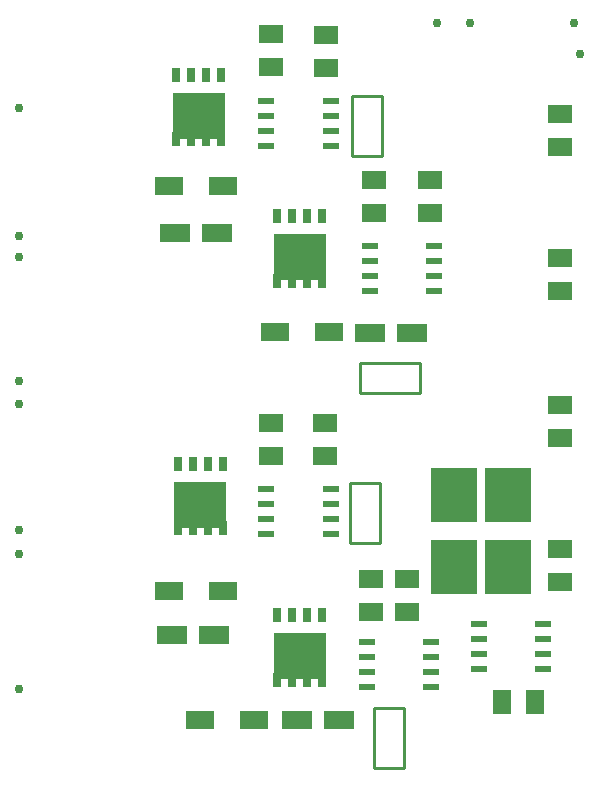
<source format=gtp>
G04*
G04 #@! TF.GenerationSoftware,Altium Limited,Altium Designer,19.0.10 (269)*
G04*
G04 Layer_Color=8421504*
%FSLAX25Y25*%
%MOIN*%
G70*
G01*
G75*
%ADD12C,0.01000*%
%ADD14C,0.03000*%
%ADD15R,0.08000X0.06000*%
%ADD16R,0.02559X0.04921*%
%ADD17R,0.17520X0.15354*%
%ADD18R,0.05709X0.02362*%
%ADD19R,0.15748X0.18307*%
%ADD20R,0.06000X0.08000*%
%ADD21R,0.09843X0.06102*%
%ADD22R,0.09449X0.06102*%
D12*
X244105Y324500D02*
X254105D01*
Y334500D01*
X234105Y324500D02*
X254105D01*
X234105Y334500D02*
X254105D01*
X234105Y324500D02*
Y334500D01*
X249000Y209690D02*
Y219690D01*
X239000D02*
X249000D01*
Y199690D02*
Y219690D01*
X239000Y199690D02*
Y219690D01*
Y199690D02*
X249000D01*
X231000Y274655D02*
Y284655D01*
Y274655D02*
X241000D01*
X231000D02*
Y294655D01*
X241000Y274655D02*
Y294655D01*
X231000D02*
X241000D01*
X231605Y403500D02*
Y413500D01*
Y403500D02*
X241605D01*
X231605D02*
Y423500D01*
X241605Y403500D02*
Y423500D01*
X231605D02*
X241605D01*
D14*
X307500Y437750D02*
D03*
X305500Y447828D02*
D03*
X271000D02*
D03*
X120500Y226000D02*
D03*
Y279000D02*
D03*
Y271000D02*
D03*
Y321000D02*
D03*
Y328500D02*
D03*
Y370000D02*
D03*
Y377000D02*
D03*
Y419500D02*
D03*
X260000Y447828D02*
D03*
D15*
X257500Y384500D02*
D03*
Y395500D02*
D03*
X239000Y384500D02*
D03*
Y395500D02*
D03*
X301000Y406731D02*
D03*
Y417731D02*
D03*
X223000Y444000D02*
D03*
Y433000D02*
D03*
X222500Y314500D02*
D03*
Y303500D02*
D03*
X250000Y262500D02*
D03*
Y251500D02*
D03*
X204606Y444376D02*
D03*
Y433376D02*
D03*
X301000Y320500D02*
D03*
Y309500D02*
D03*
Y369750D02*
D03*
Y358750D02*
D03*
X204606Y314500D02*
D03*
Y303500D02*
D03*
X301000Y272500D02*
D03*
Y261500D02*
D03*
X238000Y262500D02*
D03*
Y251500D02*
D03*
D16*
X216591Y229000D02*
D03*
X211591D02*
D03*
X206591D02*
D03*
X221591D02*
D03*
Y250500D02*
D03*
X206591D02*
D03*
X211591D02*
D03*
X216591D02*
D03*
X183000Y430642D02*
D03*
X178000D02*
D03*
X173000D02*
D03*
X188000D02*
D03*
Y409142D02*
D03*
X173000D02*
D03*
X178000D02*
D03*
X183000D02*
D03*
X216591Y383500D02*
D03*
X211591D02*
D03*
X206591D02*
D03*
X221591D02*
D03*
Y362000D02*
D03*
X206591D02*
D03*
X211591D02*
D03*
X216591D02*
D03*
X183500Y301000D02*
D03*
X178500D02*
D03*
X173500D02*
D03*
X188500D02*
D03*
Y279500D02*
D03*
X173500D02*
D03*
X178500D02*
D03*
X183500D02*
D03*
D17*
X214091Y236858D02*
D03*
X180500Y417000D02*
D03*
X214091Y369858D02*
D03*
X181000Y287358D02*
D03*
D18*
X295228Y232500D02*
D03*
Y237500D02*
D03*
Y242500D02*
D03*
Y247500D02*
D03*
X273772Y232500D02*
D03*
Y237500D02*
D03*
Y242500D02*
D03*
Y247500D02*
D03*
X257957Y226500D02*
D03*
Y231500D02*
D03*
Y236500D02*
D03*
Y241500D02*
D03*
X236500Y226500D02*
D03*
Y231500D02*
D03*
Y236500D02*
D03*
Y241500D02*
D03*
X224500Y277500D02*
D03*
Y282500D02*
D03*
Y287500D02*
D03*
Y292500D02*
D03*
X203043Y277500D02*
D03*
Y282500D02*
D03*
Y287500D02*
D03*
Y292500D02*
D03*
X259000Y358500D02*
D03*
Y363500D02*
D03*
Y368500D02*
D03*
Y373500D02*
D03*
X237543Y358500D02*
D03*
Y363500D02*
D03*
Y368500D02*
D03*
Y373500D02*
D03*
X224500Y407000D02*
D03*
Y412000D02*
D03*
Y417000D02*
D03*
Y422000D02*
D03*
X203043Y407000D02*
D03*
Y412000D02*
D03*
Y417000D02*
D03*
Y422000D02*
D03*
D19*
X265500Y290500D02*
D03*
X283500D02*
D03*
Y266500D02*
D03*
X265500D02*
D03*
D20*
X292500Y221500D02*
D03*
X281500D02*
D03*
D21*
X237500Y344500D02*
D03*
X251500D02*
D03*
X171500Y244000D02*
D03*
X185500D02*
D03*
X213310Y215500D02*
D03*
X227310D02*
D03*
X186500Y378000D02*
D03*
X172500D02*
D03*
D22*
X205750Y345073D02*
D03*
X223750D02*
D03*
X170500Y258500D02*
D03*
X188500D02*
D03*
X181000Y215500D02*
D03*
X199000D02*
D03*
X188640Y393500D02*
D03*
X170640D02*
D03*
M02*

</source>
